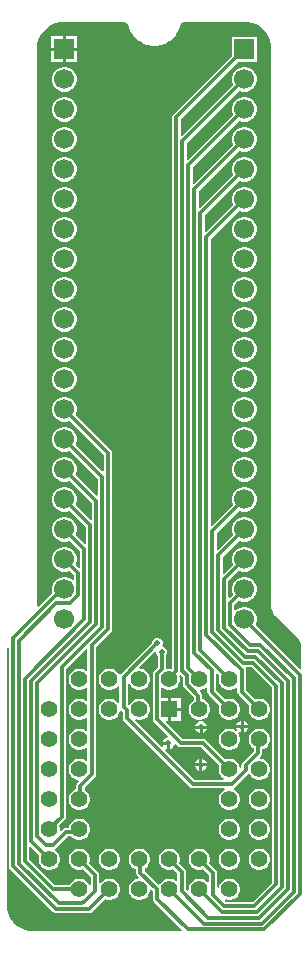
<source format=gbl>
G04*
G04 #@! TF.GenerationSoftware,Altium Limited,Altium Designer,21.0.9 (235)*
G04*
G04 Layer_Physical_Order=2*
G04 Layer_Color=16711680*
%FSLAX25Y25*%
%MOIN*%
G70*
G04*
G04 #@! TF.SameCoordinates,D00D0935-9F2D-4F80-BADC-0BB803B56EC7*
G04*
G04*
G04 #@! TF.FilePolarity,Positive*
G04*
G01*
G75*
%ADD16C,0.01181*%
%ADD18R,0.05512X0.05512*%
%ADD19C,0.05512*%
%ADD20C,0.06693*%
%ADD21R,0.06693X0.06693*%
%ADD22C,0.01968*%
G36*
X19600Y304073D02*
X19600Y304073D01*
X19600Y304073D01*
X40176Y304073D01*
X40377Y304072D01*
X40765Y303949D01*
X41099Y303716D01*
X41348Y303394D01*
X41399Y303258D01*
X41548Y302656D01*
X41576Y302596D01*
X41587Y302531D01*
X42080Y301269D01*
X42127Y301195D01*
X42157Y301112D01*
X42858Y299953D01*
X42918Y299888D01*
X42961Y299812D01*
X43850Y298790D01*
X43920Y298736D01*
X43976Y298668D01*
X45027Y297814D01*
X45105Y297772D01*
X45172Y297715D01*
X46353Y297053D01*
X46437Y297026D01*
X46513Y296981D01*
X47790Y296531D01*
X47877Y296518D01*
X47960Y296487D01*
X49295Y296263D01*
X49383Y296265D01*
X49470Y296248D01*
X50824Y296256D01*
X50910Y296273D01*
X50999Y296271D01*
X52332Y296510D01*
X52413Y296543D01*
X52501Y296556D01*
X53773Y297020D01*
X53848Y297065D01*
X53932Y297093D01*
X55106Y297768D01*
X55173Y297826D01*
X55250Y297868D01*
X56292Y298733D01*
X56347Y298802D01*
X56416Y298856D01*
X57294Y299887D01*
X57337Y299964D01*
X57396Y300030D01*
X58085Y301196D01*
X58114Y301279D01*
X58161Y301354D01*
X58639Y302621D01*
X58650Y302686D01*
X58678Y302747D01*
X58819Y303344D01*
X58862Y303458D01*
X59088Y303750D01*
X59390Y303961D01*
X59742Y304072D01*
X59924Y304073D01*
X80629Y304073D01*
X81462Y304072D01*
X83096Y303745D01*
X84636Y303105D01*
X86020Y302177D01*
X87198Y300997D01*
X88122Y299610D01*
X88758Y298070D01*
X89081Y296435D01*
X89081Y295601D01*
X89081Y295601D01*
X89081Y295600D01*
Y109600D01*
X89085Y109575D01*
X89082Y109550D01*
X89099Y109195D01*
X89117Y109122D01*
Y109046D01*
X89256Y108350D01*
X89294Y108257D01*
X89314Y108159D01*
X89586Y107503D01*
X89641Y107419D01*
X89680Y107326D01*
X90074Y106736D01*
X90128Y106683D01*
X90167Y106618D01*
X90405Y106355D01*
X90426Y106340D01*
X90440Y106318D01*
X97258Y99501D01*
X97258Y99501D01*
X97258Y99500D01*
X97691Y99067D01*
X98372Y98048D01*
X98841Y96915D01*
X99080Y95713D01*
X99080Y95100D01*
Y88760D01*
X98619Y88568D01*
X83853Y103333D01*
X83952Y103504D01*
X84234Y104556D01*
Y105644D01*
X83952Y106696D01*
X83408Y107638D01*
X82638Y108408D01*
X81696Y108952D01*
X80644Y109234D01*
X79556D01*
X78504Y108952D01*
X77562Y108408D01*
X77280Y108127D01*
X76780Y108334D01*
Y109794D01*
X78333Y111347D01*
X78504Y111248D01*
X79556Y110966D01*
X80644D01*
X81696Y111248D01*
X82638Y111792D01*
X83408Y112562D01*
X83952Y113504D01*
X84234Y114556D01*
Y115644D01*
X83952Y116696D01*
X83408Y117638D01*
X82638Y118408D01*
X81696Y118952D01*
X80644Y119234D01*
X79556D01*
X78504Y118952D01*
X77562Y118408D01*
X76792Y117638D01*
X76248Y116696D01*
X75966Y115644D01*
Y114556D01*
X76248Y113504D01*
X76347Y113333D01*
X75274Y112261D01*
X74812Y112452D01*
Y117825D01*
X78333Y121347D01*
X78504Y121248D01*
X79556Y120966D01*
X80644D01*
X81696Y121248D01*
X82638Y121792D01*
X83408Y122562D01*
X83952Y123504D01*
X84234Y124556D01*
Y125644D01*
X83952Y126696D01*
X83408Y127638D01*
X82638Y128408D01*
X81696Y128952D01*
X80644Y129234D01*
X79556D01*
X78504Y128952D01*
X77562Y128408D01*
X76792Y127638D01*
X76248Y126696D01*
X75966Y125644D01*
Y124556D01*
X76248Y123504D01*
X76347Y123334D01*
X73305Y120292D01*
X72843Y120484D01*
Y125857D01*
X78333Y131347D01*
X78504Y131248D01*
X79556Y130966D01*
X80644D01*
X81696Y131248D01*
X82638Y131792D01*
X83408Y132562D01*
X83952Y133504D01*
X84234Y134556D01*
Y135644D01*
X83952Y136696D01*
X83408Y137638D01*
X82638Y138408D01*
X81696Y138952D01*
X80644Y139234D01*
X79556D01*
X78504Y138952D01*
X77562Y138408D01*
X76792Y137638D01*
X76248Y136696D01*
X75966Y135644D01*
Y134556D01*
X76248Y133504D01*
X76347Y133334D01*
X71337Y128324D01*
X70875Y128515D01*
Y133888D01*
X78333Y141347D01*
X78504Y141248D01*
X79556Y140966D01*
X80644D01*
X81696Y141248D01*
X82638Y141792D01*
X83408Y142562D01*
X83952Y143504D01*
X84234Y144556D01*
Y145644D01*
X83952Y146696D01*
X83408Y147638D01*
X82638Y148408D01*
X81696Y148952D01*
X80644Y149234D01*
X79556D01*
X78504Y148952D01*
X77562Y148408D01*
X76792Y147638D01*
X76248Y146696D01*
X75966Y145644D01*
Y144556D01*
X76248Y143504D01*
X76347Y143333D01*
X69367Y136354D01*
X68905Y136545D01*
Y231918D01*
X78333Y241347D01*
X78504Y241248D01*
X79556Y240966D01*
X80644D01*
X81696Y241248D01*
X82638Y241792D01*
X83408Y242562D01*
X83952Y243504D01*
X84234Y244556D01*
Y245644D01*
X83952Y246696D01*
X83408Y247638D01*
X82638Y248408D01*
X81696Y248952D01*
X80644Y249234D01*
X79556D01*
X78504Y248952D01*
X77562Y248408D01*
X76792Y247638D01*
X76248Y246696D01*
X75966Y245644D01*
Y244556D01*
X76248Y243504D01*
X76347Y243334D01*
X67367Y234354D01*
X66905Y234545D01*
Y239918D01*
X78333Y251347D01*
X78504Y251248D01*
X79556Y250966D01*
X80644D01*
X81696Y251248D01*
X82638Y251792D01*
X83408Y252562D01*
X83952Y253504D01*
X84234Y254556D01*
Y255644D01*
X83952Y256696D01*
X83408Y257638D01*
X82638Y258408D01*
X81696Y258952D01*
X80644Y259234D01*
X79556D01*
X78504Y258952D01*
X77562Y258408D01*
X76792Y257638D01*
X76248Y256696D01*
X75966Y255644D01*
Y254556D01*
X76248Y253504D01*
X76347Y253333D01*
X65367Y242354D01*
X64905Y242545D01*
Y247918D01*
X78333Y261347D01*
X78504Y261248D01*
X79556Y260966D01*
X80644D01*
X81696Y261248D01*
X82638Y261792D01*
X83408Y262562D01*
X83952Y263504D01*
X84234Y264556D01*
Y265644D01*
X83952Y266696D01*
X83408Y267638D01*
X82638Y268408D01*
X81696Y268952D01*
X80644Y269234D01*
X79556D01*
X78504Y268952D01*
X77562Y268408D01*
X76792Y267638D01*
X76248Y266696D01*
X75966Y265644D01*
Y264556D01*
X76248Y263504D01*
X76347Y263334D01*
X63367Y250354D01*
X62905Y250545D01*
Y255918D01*
X78333Y271347D01*
X78504Y271248D01*
X79556Y270966D01*
X80644D01*
X81696Y271248D01*
X82638Y271792D01*
X83408Y272562D01*
X83952Y273504D01*
X84234Y274556D01*
Y275644D01*
X83952Y276696D01*
X83408Y277638D01*
X82638Y278408D01*
X81696Y278952D01*
X80644Y279234D01*
X79556D01*
X78504Y278952D01*
X77562Y278408D01*
X76792Y277638D01*
X76248Y276696D01*
X75966Y275644D01*
Y274556D01*
X76248Y273504D01*
X76347Y273334D01*
X61335Y258322D01*
X60874Y258514D01*
Y263886D01*
X78333Y281347D01*
X78504Y281248D01*
X79556Y280966D01*
X80644D01*
X81696Y281248D01*
X82638Y281792D01*
X83408Y282562D01*
X83952Y283504D01*
X84234Y284556D01*
Y285644D01*
X83952Y286696D01*
X83408Y287638D01*
X82638Y288408D01*
X81696Y288952D01*
X80644Y289234D01*
X79556D01*
X78504Y288952D01*
X77562Y288408D01*
X76792Y287638D01*
X76248Y286696D01*
X75966Y285644D01*
Y284556D01*
X76248Y283504D01*
X76347Y283333D01*
X59367Y266354D01*
X58905Y266545D01*
Y271918D01*
X77953Y290966D01*
X84234D01*
Y299234D01*
X75966D01*
Y292953D01*
X56507Y273493D01*
X56202Y273038D01*
X56095Y272500D01*
Y89019D01*
X55595Y88636D01*
X55567Y88643D01*
X54633D01*
X54402Y88581D01*
X54006Y88886D01*
Y93061D01*
X54040Y93095D01*
X54309Y93747D01*
Y94451D01*
X54040Y95103D01*
X53541Y95601D01*
X52991Y95829D01*
X52877Y95907D01*
X52715Y96371D01*
X52872Y96748D01*
Y97452D01*
X52602Y98104D01*
X52104Y98602D01*
X51452Y98872D01*
X50748D01*
X50096Y98602D01*
X49598Y98104D01*
X49328Y97452D01*
Y97315D01*
X38906Y86893D01*
X38814Y86754D01*
X38225Y86774D01*
X37935Y87276D01*
X37276Y87935D01*
X36468Y88402D01*
X35566Y88643D01*
X34633D01*
X33732Y88402D01*
X32924Y87935D01*
X32265Y87276D01*
X31798Y86468D01*
X31557Y85567D01*
Y84633D01*
X31798Y83732D01*
X32265Y82924D01*
X32924Y82265D01*
X33732Y81798D01*
X34633Y81557D01*
X35566D01*
X36468Y81798D01*
X37276Y82265D01*
X37935Y82924D01*
X37995Y83028D01*
X38495Y82894D01*
Y77306D01*
X37995Y77172D01*
X37935Y77276D01*
X37276Y77935D01*
X36468Y78402D01*
X35566Y78643D01*
X34633D01*
X33732Y78402D01*
X32924Y77935D01*
X32265Y77276D01*
X31798Y76468D01*
X31557Y75567D01*
Y74634D01*
X31798Y73732D01*
X32265Y72924D01*
X32924Y72265D01*
X33732Y71798D01*
X34633Y71557D01*
X35566D01*
X36468Y71798D01*
X37276Y72265D01*
X37935Y72924D01*
X38402Y73732D01*
X38586Y74420D01*
X39091Y74592D01*
X39125Y74589D01*
X39561Y74152D01*
Y72134D01*
X39668Y71596D01*
X39973Y71140D01*
X61907Y49207D01*
X62362Y48902D01*
X62900Y48795D01*
X73413D01*
X73547Y48295D01*
X72924Y47935D01*
X72265Y47276D01*
X71798Y46468D01*
X71557Y45566D01*
Y44633D01*
X71798Y43732D01*
X72265Y42924D01*
X72924Y42265D01*
X73732Y41798D01*
X74634Y41557D01*
X75567D01*
X76468Y41798D01*
X77276Y42265D01*
X77935Y42924D01*
X78402Y43732D01*
X78643Y44633D01*
Y45566D01*
X78402Y46468D01*
X77935Y47276D01*
X77276Y47935D01*
X76510Y48377D01*
X76488Y48519D01*
X76555Y48896D01*
X76584Y48902D01*
X77040Y49207D01*
X81359Y53526D01*
X81898Y53484D01*
X81964Y53444D01*
X82265Y52924D01*
X82924Y52265D01*
X83732Y51798D01*
X84633Y51557D01*
X85567D01*
X86468Y51798D01*
X87276Y52265D01*
X87935Y52924D01*
X88402Y53732D01*
X88643Y54633D01*
Y55567D01*
X88402Y56468D01*
X87935Y57276D01*
X87276Y57935D01*
X86468Y58402D01*
X85567Y58643D01*
X85437D01*
X85246Y59105D01*
X85720Y59579D01*
X86024Y60035D01*
X86131Y60572D01*
Y61708D01*
X86468Y61798D01*
X87276Y62265D01*
X87935Y62924D01*
X88402Y63732D01*
X88643Y64634D01*
Y65566D01*
X88402Y66468D01*
X87935Y67276D01*
X87276Y67935D01*
X86468Y68402D01*
X85567Y68643D01*
X84633D01*
X83732Y68402D01*
X82924Y67935D01*
X82265Y67276D01*
X81798Y66468D01*
X81557Y65566D01*
Y64634D01*
X81798Y63732D01*
X82265Y62924D01*
X82924Y62265D01*
X83321Y62036D01*
Y61154D01*
X79548Y57381D01*
X79244Y56926D01*
X79137Y56388D01*
Y55582D01*
X78643Y55567D01*
X78402Y56468D01*
X77935Y57276D01*
X77276Y57935D01*
X76468Y58402D01*
X75567Y58643D01*
X74634D01*
X73774Y58413D01*
X67343Y64844D01*
X66887Y65149D01*
X66349Y65256D01*
X59470D01*
X53844Y70882D01*
X54036Y71344D01*
X54600D01*
Y75100D01*
Y78856D01*
X52371D01*
Y82165D01*
X52833Y82356D01*
X52924Y82265D01*
X53732Y81798D01*
X54633Y81557D01*
X55567D01*
X56468Y81798D01*
X57276Y82265D01*
X57935Y82924D01*
X58402Y83732D01*
X58643Y84633D01*
Y85567D01*
X58456Y86266D01*
X58904Y86525D01*
X59561Y85868D01*
Y83388D01*
X59668Y82850D01*
X59973Y82394D01*
X63321Y79046D01*
Y78164D01*
X62924Y77935D01*
X62265Y77276D01*
X61798Y76468D01*
X61557Y75567D01*
Y74634D01*
X61798Y73732D01*
X62265Y72924D01*
X62924Y72265D01*
X63732Y71798D01*
X64634Y71557D01*
X65184D01*
X65239Y71557D01*
X65305Y71084D01*
X65235Y71055D01*
X64576Y70782D01*
X64018Y70224D01*
X63759Y69600D01*
X67641D01*
X67382Y70224D01*
X66824Y70782D01*
X66095Y71084D01*
X65782D01*
X65735Y71084D01*
X65669Y71584D01*
X65737Y71602D01*
X66468Y71798D01*
X67276Y72265D01*
X67935Y72924D01*
X68402Y73732D01*
X68643Y74634D01*
Y75567D01*
X68402Y76468D01*
X67935Y77276D01*
X67276Y77935D01*
X66468Y78402D01*
X66131Y78492D01*
Y79628D01*
X66024Y80165D01*
X65720Y80621D01*
X65246Y81095D01*
X65437Y81557D01*
X65566D01*
X66468Y81798D01*
X67276Y82265D01*
X67367Y82356D01*
X67829Y82165D01*
Y80966D01*
X67936Y80428D01*
X68240Y79973D01*
X71787Y76426D01*
X71557Y75567D01*
Y74634D01*
X71798Y73732D01*
X72265Y72924D01*
X72924Y72265D01*
X73732Y71798D01*
X74634Y71557D01*
X75567D01*
X76468Y71798D01*
X77276Y72265D01*
X77935Y72924D01*
X78402Y73732D01*
X78643Y74634D01*
Y75567D01*
X78402Y76468D01*
X77935Y77276D01*
X77276Y77935D01*
X76468Y78402D01*
X75567Y78643D01*
X74634D01*
X73774Y78413D01*
X70639Y81548D01*
Y86921D01*
X71101Y87112D01*
X71787Y86426D01*
X71557Y85567D01*
Y84633D01*
X71798Y83732D01*
X72265Y82924D01*
X72924Y82265D01*
X73732Y81798D01*
X74634Y81557D01*
X75567D01*
X76468Y81798D01*
X77276Y82265D01*
X77367Y82356D01*
X77829Y82165D01*
Y80966D01*
X77936Y80428D01*
X78240Y79973D01*
X81787Y76426D01*
X81557Y75567D01*
Y74634D01*
X81798Y73732D01*
X82265Y72924D01*
X82924Y72265D01*
X83732Y71798D01*
X84633Y71557D01*
X85567D01*
X86468Y71798D01*
X87276Y72265D01*
X87935Y72924D01*
X88402Y73732D01*
X88643Y74634D01*
Y75567D01*
X88402Y76468D01*
X87935Y77276D01*
X87276Y77935D01*
X86468Y78402D01*
X85567Y78643D01*
X84633D01*
X83774Y78413D01*
X80639Y81548D01*
Y88149D01*
X80532Y88687D01*
X80509Y88722D01*
X80776Y89222D01*
X82423D01*
X89231Y82415D01*
Y17343D01*
X82857Y10970D01*
X74008D01*
X73721Y11325D01*
X73944Y11741D01*
X74634Y11557D01*
X75567D01*
X76468Y11798D01*
X77276Y12265D01*
X77935Y12924D01*
X78402Y13732D01*
X78643Y14634D01*
Y15566D01*
X78402Y16468D01*
X77935Y17276D01*
X77276Y17935D01*
X76468Y18402D01*
X75567Y18643D01*
X74634D01*
X73732Y18402D01*
X72924Y17935D01*
X72265Y17276D01*
X71798Y16468D01*
X71579Y15650D01*
X71079Y15715D01*
Y20526D01*
X70972Y21064D01*
X70667Y21519D01*
X68413Y23774D01*
X68643Y24633D01*
Y25567D01*
X68402Y26468D01*
X67935Y27276D01*
X67276Y27935D01*
X66468Y28402D01*
X65566Y28643D01*
X64634D01*
X63732Y28402D01*
X62924Y27935D01*
X62265Y27276D01*
X61798Y26468D01*
X61557Y25567D01*
Y24633D01*
X61798Y23732D01*
X62265Y22924D01*
X62924Y22265D01*
X63732Y21798D01*
X64634Y21557D01*
X65566D01*
X66426Y21787D01*
X68269Y19944D01*
Y17649D01*
X67769Y17442D01*
X67276Y17935D01*
X66468Y18402D01*
X65566Y18643D01*
X64634D01*
X63732Y18402D01*
X62924Y17935D01*
X62265Y17276D01*
X61798Y16468D01*
X61557Y15566D01*
Y14837D01*
X61059Y14628D01*
X60639Y15048D01*
Y20966D01*
X60532Y21504D01*
X60227Y21960D01*
X58413Y23774D01*
X58643Y24633D01*
Y25567D01*
X58402Y26468D01*
X57935Y27276D01*
X57276Y27935D01*
X56468Y28402D01*
X55567Y28643D01*
X54633D01*
X53732Y28402D01*
X52924Y27935D01*
X52265Y27276D01*
X51798Y26468D01*
X51557Y25567D01*
Y24633D01*
X51798Y23732D01*
X52265Y22924D01*
X52924Y22265D01*
X53732Y21798D01*
X54633Y21557D01*
X55567D01*
X56426Y21787D01*
X57829Y20384D01*
Y18035D01*
X57367Y17844D01*
X57276Y17935D01*
X56468Y18402D01*
X55567Y18643D01*
X54633D01*
X53732Y18402D01*
X52924Y17935D01*
X52265Y17276D01*
X51972Y16768D01*
X51359Y16674D01*
X46879Y21154D01*
Y22036D01*
X47276Y22265D01*
X47935Y22924D01*
X48402Y23732D01*
X48643Y24633D01*
Y25567D01*
X48402Y26468D01*
X47935Y27276D01*
X47276Y27935D01*
X46468Y28402D01*
X45566Y28643D01*
X44633D01*
X43732Y28402D01*
X42924Y27935D01*
X42265Y27276D01*
X41798Y26468D01*
X41557Y25567D01*
Y24633D01*
X41798Y23732D01*
X42265Y22924D01*
X42924Y22265D01*
X43732Y21798D01*
X44069Y21708D01*
Y20572D01*
X44176Y20035D01*
X44480Y19579D01*
X44954Y19105D01*
X44763Y18643D01*
X44633D01*
X43732Y18402D01*
X42924Y17935D01*
X42265Y17276D01*
X41798Y16468D01*
X41557Y15566D01*
Y14634D01*
X41798Y13732D01*
X42265Y12924D01*
X42924Y12265D01*
X43732Y11798D01*
X44633Y11557D01*
X45566D01*
X46468Y11798D01*
X47276Y12265D01*
X47935Y12924D01*
X48402Y13732D01*
X48643Y14634D01*
Y14763D01*
X49105Y14954D01*
X49561Y14498D01*
Y11950D01*
X49668Y11412D01*
X49973Y10957D01*
X59348Y1581D01*
X59157Y1120D01*
X9600Y1120D01*
X8765Y1120D01*
X7126Y1445D01*
X5583Y2085D01*
X4194Y3013D01*
X3013Y4194D01*
X2085Y5583D01*
X1445Y7126D01*
X1120Y8765D01*
X1120Y9600D01*
X1120Y95100D01*
X1120Y95565D01*
X1187Y95649D01*
X1687Y95471D01*
Y22808D01*
X1794Y22270D01*
X2099Y21814D01*
X16475Y7438D01*
X16931Y7134D01*
X17469Y7027D01*
X28431D01*
X28969Y7134D01*
X29425Y7438D01*
X33774Y11787D01*
X34633Y11557D01*
X35566D01*
X36468Y11798D01*
X37276Y12265D01*
X37935Y12924D01*
X38402Y13732D01*
X38643Y14634D01*
Y15566D01*
X38402Y16468D01*
X37935Y17276D01*
X37276Y17935D01*
X36468Y18402D01*
X35566Y18643D01*
X34633D01*
X33732Y18402D01*
X32924Y17935D01*
X32265Y17276D01*
X32205Y17172D01*
X31705Y17306D01*
Y19900D01*
X31598Y20438D01*
X31293Y20893D01*
X28413Y23774D01*
X28643Y24633D01*
Y25567D01*
X28402Y26468D01*
X27935Y27276D01*
X27276Y27935D01*
X26468Y28402D01*
X25567Y28643D01*
X24633D01*
X23732Y28402D01*
X22924Y27935D01*
X22265Y27276D01*
X21798Y26468D01*
X21557Y25567D01*
Y24633D01*
X21798Y23732D01*
X22265Y22924D01*
X22924Y22265D01*
X23732Y21798D01*
X24633Y21557D01*
X25567D01*
X26426Y21787D01*
X28895Y19318D01*
Y16559D01*
X28402Y16468D01*
X27935Y17276D01*
X27276Y17935D01*
X26468Y18402D01*
X25567Y18643D01*
X24633D01*
X23732Y18402D01*
X22924Y17935D01*
X22265Y17276D01*
X21820Y16505D01*
X16950D01*
X8434Y25021D01*
Y29126D01*
X8896Y29317D01*
X11787Y26426D01*
X11557Y25567D01*
Y24633D01*
X11798Y23732D01*
X12265Y22924D01*
X12924Y22265D01*
X13732Y21798D01*
X14634Y21557D01*
X15566D01*
X16468Y21798D01*
X17276Y22265D01*
X17935Y22924D01*
X18402Y23732D01*
X18643Y24633D01*
Y25567D01*
X18402Y26468D01*
X17935Y27276D01*
X17276Y27935D01*
X17043Y28070D01*
X17034Y28652D01*
X17249Y28796D01*
X21319Y32866D01*
X22323D01*
X22924Y32265D01*
X23732Y31798D01*
X24633Y31557D01*
X25567D01*
X26468Y31798D01*
X27276Y32265D01*
X27935Y32924D01*
X28402Y33732D01*
X28643Y34633D01*
Y35566D01*
X28402Y36468D01*
X27935Y37276D01*
X27276Y37935D01*
X26468Y38402D01*
X25567Y38643D01*
X24633D01*
X23732Y38402D01*
X22924Y37935D01*
X22265Y37276D01*
X21798Y36468D01*
X21586Y35676D01*
X20737D01*
X20200Y35569D01*
X19744Y35265D01*
X19143Y34664D01*
X18643Y34871D01*
Y35566D01*
X18413Y36426D01*
X20227Y38240D01*
X20532Y38696D01*
X20639Y39234D01*
Y81866D01*
X20605Y82036D01*
Y88585D01*
X27367Y95347D01*
X27829Y95156D01*
Y88035D01*
X27367Y87844D01*
X27276Y87935D01*
X26468Y88402D01*
X25567Y88643D01*
X24633D01*
X23732Y88402D01*
X22924Y87935D01*
X22265Y87276D01*
X21798Y86468D01*
X21557Y85567D01*
Y84633D01*
X21798Y83732D01*
X22265Y82924D01*
X22924Y82265D01*
X23732Y81798D01*
X24633Y81557D01*
X25567D01*
X26468Y81798D01*
X27276Y82265D01*
X27367Y82356D01*
X27829Y82165D01*
Y78035D01*
X27367Y77844D01*
X27276Y77935D01*
X26468Y78402D01*
X25567Y78643D01*
X24633D01*
X23732Y78402D01*
X22924Y77935D01*
X22265Y77276D01*
X21798Y76468D01*
X21557Y75567D01*
Y74634D01*
X21798Y73732D01*
X22265Y72924D01*
X22924Y72265D01*
X23732Y71798D01*
X24633Y71557D01*
X25567D01*
X26468Y71798D01*
X27276Y72265D01*
X27367Y72356D01*
X27829Y72165D01*
Y68035D01*
X27367Y67844D01*
X27276Y67935D01*
X26468Y68402D01*
X25567Y68643D01*
X24633D01*
X23732Y68402D01*
X22924Y67935D01*
X22265Y67276D01*
X21798Y66468D01*
X21557Y65566D01*
Y64634D01*
X21798Y63732D01*
X22265Y62924D01*
X22924Y62265D01*
X23732Y61798D01*
X24633Y61557D01*
X25567D01*
X26468Y61798D01*
X27276Y62265D01*
X27367Y62356D01*
X27829Y62165D01*
Y58035D01*
X27367Y57844D01*
X27276Y57935D01*
X26468Y58402D01*
X25567Y58643D01*
X24633D01*
X23732Y58402D01*
X22924Y57935D01*
X22265Y57276D01*
X21798Y56468D01*
X21557Y55567D01*
Y54633D01*
X21798Y53732D01*
X22265Y52924D01*
X22924Y52265D01*
X23732Y51798D01*
X24633Y51557D01*
X24763D01*
X24954Y51095D01*
X24480Y50621D01*
X24176Y50165D01*
X24069Y49628D01*
Y48492D01*
X23732Y48402D01*
X22924Y47935D01*
X22265Y47276D01*
X21798Y46468D01*
X21557Y45566D01*
Y44633D01*
X21798Y43732D01*
X22265Y42924D01*
X22924Y42265D01*
X23732Y41798D01*
X24633Y41557D01*
X25567D01*
X26468Y41798D01*
X27276Y42265D01*
X27935Y42924D01*
X28402Y43732D01*
X28643Y44633D01*
Y45566D01*
X28402Y46468D01*
X27935Y47276D01*
X27276Y47935D01*
X26879Y48164D01*
Y49046D01*
X30227Y52394D01*
X30532Y52850D01*
X30639Y53388D01*
Y95835D01*
X35660Y100857D01*
X35965Y101312D01*
X36072Y101850D01*
Y160533D01*
X35965Y161071D01*
X35660Y161527D01*
X23853Y173334D01*
X23952Y173504D01*
X24234Y174556D01*
Y175644D01*
X23952Y176696D01*
X23408Y177638D01*
X22638Y178408D01*
X21696Y178952D01*
X20644Y179234D01*
X19556D01*
X18504Y178952D01*
X17562Y178408D01*
X16792Y177638D01*
X16248Y176696D01*
X15966Y175644D01*
Y174556D01*
X16248Y173504D01*
X16792Y172562D01*
X17562Y171792D01*
X18504Y171248D01*
X19556Y170966D01*
X20644D01*
X21696Y171248D01*
X21867Y171347D01*
X33262Y159951D01*
Y154578D01*
X32800Y154387D01*
X23853Y163333D01*
X23952Y163504D01*
X24234Y164556D01*
Y165644D01*
X23952Y166696D01*
X23408Y167638D01*
X22638Y168408D01*
X21696Y168952D01*
X20644Y169234D01*
X19556D01*
X18504Y168952D01*
X17562Y168408D01*
X16792Y167638D01*
X16248Y166696D01*
X15966Y165644D01*
Y164556D01*
X16248Y163504D01*
X16792Y162562D01*
X17562Y161792D01*
X18504Y161248D01*
X19556Y160966D01*
X20644D01*
X21696Y161248D01*
X21867Y161347D01*
X31293Y151920D01*
Y146547D01*
X30832Y146355D01*
X23853Y153333D01*
X23952Y153504D01*
X24234Y154556D01*
Y155644D01*
X23952Y156696D01*
X23408Y157638D01*
X22638Y158408D01*
X21696Y158952D01*
X20644Y159234D01*
X19556D01*
X18504Y158952D01*
X17562Y158408D01*
X16792Y157638D01*
X16248Y156696D01*
X15966Y155644D01*
Y154556D01*
X16248Y153504D01*
X16792Y152562D01*
X17562Y151792D01*
X18504Y151248D01*
X19556Y150966D01*
X20644D01*
X21696Y151248D01*
X21867Y151347D01*
X29325Y143888D01*
Y138515D01*
X28863Y138324D01*
X23853Y143333D01*
X23952Y143504D01*
X24234Y144556D01*
Y145644D01*
X23952Y146696D01*
X23408Y147638D01*
X22638Y148408D01*
X21696Y148952D01*
X20644Y149234D01*
X19556D01*
X18504Y148952D01*
X17562Y148408D01*
X16792Y147638D01*
X16248Y146696D01*
X15966Y145644D01*
Y144556D01*
X16248Y143504D01*
X16792Y142562D01*
X17562Y141792D01*
X18504Y141248D01*
X19556Y140966D01*
X20644D01*
X21696Y141248D01*
X21867Y141347D01*
X27356Y135857D01*
Y130484D01*
X26895Y130292D01*
X23853Y133334D01*
X23952Y133504D01*
X24234Y134556D01*
Y135644D01*
X23952Y136696D01*
X23408Y137638D01*
X22638Y138408D01*
X21696Y138952D01*
X20644Y139234D01*
X19556D01*
X18504Y138952D01*
X17562Y138408D01*
X16792Y137638D01*
X16248Y136696D01*
X15966Y135644D01*
Y134556D01*
X16248Y133504D01*
X16792Y132562D01*
X17562Y131792D01*
X18504Y131248D01*
X19556Y130966D01*
X20644D01*
X21696Y131248D01*
X21867Y131347D01*
X25388Y127825D01*
Y122452D01*
X24926Y122261D01*
X23853Y123334D01*
X23952Y123504D01*
X24234Y124556D01*
Y125644D01*
X23952Y126696D01*
X23408Y127638D01*
X22638Y128408D01*
X21696Y128952D01*
X20644Y129234D01*
X19556D01*
X18504Y128952D01*
X17562Y128408D01*
X16792Y127638D01*
X16248Y126696D01*
X15966Y125644D01*
Y124556D01*
X16248Y123504D01*
X16792Y122562D01*
X17562Y121792D01*
X18504Y121248D01*
X19556Y120966D01*
X20644D01*
X21696Y121248D01*
X21867Y121347D01*
X23419Y119794D01*
Y118334D01*
X22919Y118127D01*
X22638Y118408D01*
X21696Y118952D01*
X20644Y119234D01*
X19556D01*
X18504Y118952D01*
X17562Y118408D01*
X16792Y117638D01*
X16248Y116696D01*
X15966Y115644D01*
Y114556D01*
X16160Y113831D01*
X11605Y109276D01*
X11116Y109493D01*
X11118Y109550D01*
X11114Y109575D01*
X11119Y109600D01*
X11119Y295600D01*
X11120Y296434D01*
X11446Y298072D01*
X12086Y299614D01*
X13014Y301002D01*
X14195Y302182D01*
X15584Y303110D01*
X17127Y303748D01*
X18765Y304073D01*
X19600Y304073D01*
D02*
G37*
G36*
X50766Y94072D02*
Y93747D01*
X51036Y93095D01*
X51196Y92935D01*
Y89029D01*
X49973Y87806D01*
X49668Y87350D01*
X49561Y86812D01*
Y71773D01*
X49668Y71236D01*
X49973Y70780D01*
X54606Y66146D01*
X54415Y65684D01*
X54405D01*
X53676Y65382D01*
X53118Y64824D01*
X52859Y64200D01*
X54800D01*
Y63700D01*
X55300D01*
Y61759D01*
X55924Y62018D01*
X56482Y62576D01*
X56784Y63305D01*
Y63315D01*
X57246Y63506D01*
X57895Y62858D01*
X58351Y62553D01*
X58889Y62446D01*
X65767D01*
X71787Y56426D01*
X71557Y55567D01*
Y54633D01*
X71798Y53732D01*
X72265Y52924D01*
X72924Y52265D01*
X73201Y52105D01*
X73067Y51605D01*
X63482D01*
X53564Y61523D01*
X53847Y61947D01*
X54300Y61759D01*
Y63200D01*
X52859D01*
X53047Y62747D01*
X52623Y62464D01*
X43834Y71253D01*
X44092Y71702D01*
X44633Y71557D01*
X45566D01*
X46468Y71798D01*
X47276Y72265D01*
X47935Y72924D01*
X48402Y73732D01*
X48643Y74634D01*
Y75567D01*
X48402Y76468D01*
X47935Y77276D01*
X47276Y77935D01*
X46468Y78402D01*
X45566Y78643D01*
X44633D01*
X43732Y78402D01*
X42924Y77935D01*
X42265Y77276D01*
X41845Y76549D01*
X41794Y76531D01*
X41305Y76780D01*
Y83641D01*
X41798Y83732D01*
X42265Y82924D01*
X42924Y82265D01*
X43732Y81798D01*
X44633Y81557D01*
X45566D01*
X46468Y81798D01*
X47276Y82265D01*
X47935Y82924D01*
X48402Y83732D01*
X48643Y84633D01*
Y85567D01*
X48402Y86468D01*
X47935Y87276D01*
X47276Y87935D01*
X46468Y88402D01*
X45566Y88643D01*
X45337D01*
X45130Y89143D01*
X50266Y94279D01*
X50766Y94072D01*
D02*
G37*
%LPC*%
G36*
X24446Y299447D02*
X20600D01*
Y295600D01*
X24446D01*
Y299447D01*
D02*
G37*
G36*
X19600D02*
X15754D01*
Y295600D01*
X19600D01*
Y299447D01*
D02*
G37*
G36*
X24446Y294600D02*
X20600D01*
Y290754D01*
X24446D01*
Y294600D01*
D02*
G37*
G36*
X19600D02*
X15754D01*
Y290754D01*
X19600D01*
Y294600D01*
D02*
G37*
G36*
X20644Y289234D02*
X19556D01*
X18504Y288952D01*
X17562Y288408D01*
X16792Y287638D01*
X16248Y286696D01*
X15966Y285644D01*
Y284556D01*
X16248Y283504D01*
X16792Y282562D01*
X17562Y281792D01*
X18504Y281248D01*
X19556Y280966D01*
X20644D01*
X21696Y281248D01*
X22638Y281792D01*
X23408Y282562D01*
X23952Y283504D01*
X24234Y284556D01*
Y285644D01*
X23952Y286696D01*
X23408Y287638D01*
X22638Y288408D01*
X21696Y288952D01*
X20644Y289234D01*
D02*
G37*
G36*
Y279234D02*
X19556D01*
X18504Y278952D01*
X17562Y278408D01*
X16792Y277638D01*
X16248Y276696D01*
X15966Y275644D01*
Y274556D01*
X16248Y273504D01*
X16792Y272562D01*
X17562Y271792D01*
X18504Y271248D01*
X19556Y270966D01*
X20644D01*
X21696Y271248D01*
X22638Y271792D01*
X23408Y272562D01*
X23952Y273504D01*
X24234Y274556D01*
Y275644D01*
X23952Y276696D01*
X23408Y277638D01*
X22638Y278408D01*
X21696Y278952D01*
X20644Y279234D01*
D02*
G37*
G36*
Y269234D02*
X19556D01*
X18504Y268952D01*
X17562Y268408D01*
X16792Y267638D01*
X16248Y266696D01*
X15966Y265644D01*
Y264556D01*
X16248Y263504D01*
X16792Y262562D01*
X17562Y261792D01*
X18504Y261248D01*
X19556Y260966D01*
X20644D01*
X21696Y261248D01*
X22638Y261792D01*
X23408Y262562D01*
X23952Y263504D01*
X24234Y264556D01*
Y265644D01*
X23952Y266696D01*
X23408Y267638D01*
X22638Y268408D01*
X21696Y268952D01*
X20644Y269234D01*
D02*
G37*
G36*
Y259234D02*
X19556D01*
X18504Y258952D01*
X17562Y258408D01*
X16792Y257638D01*
X16248Y256696D01*
X15966Y255644D01*
Y254556D01*
X16248Y253504D01*
X16792Y252562D01*
X17562Y251792D01*
X18504Y251248D01*
X19556Y250966D01*
X20644D01*
X21696Y251248D01*
X22638Y251792D01*
X23408Y252562D01*
X23952Y253504D01*
X24234Y254556D01*
Y255644D01*
X23952Y256696D01*
X23408Y257638D01*
X22638Y258408D01*
X21696Y258952D01*
X20644Y259234D01*
D02*
G37*
G36*
Y249234D02*
X19556D01*
X18504Y248952D01*
X17562Y248408D01*
X16792Y247638D01*
X16248Y246696D01*
X15966Y245644D01*
Y244556D01*
X16248Y243504D01*
X16792Y242562D01*
X17562Y241792D01*
X18504Y241248D01*
X19556Y240966D01*
X20644D01*
X21696Y241248D01*
X22638Y241792D01*
X23408Y242562D01*
X23952Y243504D01*
X24234Y244556D01*
Y245644D01*
X23952Y246696D01*
X23408Y247638D01*
X22638Y248408D01*
X21696Y248952D01*
X20644Y249234D01*
D02*
G37*
G36*
X80644Y239234D02*
X79556D01*
X78504Y238952D01*
X77562Y238408D01*
X76792Y237638D01*
X76248Y236696D01*
X75966Y235644D01*
Y234556D01*
X76248Y233504D01*
X76792Y232562D01*
X77562Y231792D01*
X78504Y231248D01*
X79556Y230966D01*
X80644D01*
X81696Y231248D01*
X82638Y231792D01*
X83408Y232562D01*
X83952Y233504D01*
X84234Y234556D01*
Y235644D01*
X83952Y236696D01*
X83408Y237638D01*
X82638Y238408D01*
X81696Y238952D01*
X80644Y239234D01*
D02*
G37*
G36*
X20644D02*
X19556D01*
X18504Y238952D01*
X17562Y238408D01*
X16792Y237638D01*
X16248Y236696D01*
X15966Y235644D01*
Y234556D01*
X16248Y233504D01*
X16792Y232562D01*
X17562Y231792D01*
X18504Y231248D01*
X19556Y230966D01*
X20644D01*
X21696Y231248D01*
X22638Y231792D01*
X23408Y232562D01*
X23952Y233504D01*
X24234Y234556D01*
Y235644D01*
X23952Y236696D01*
X23408Y237638D01*
X22638Y238408D01*
X21696Y238952D01*
X20644Y239234D01*
D02*
G37*
G36*
X80644Y229234D02*
X79556D01*
X78504Y228952D01*
X77562Y228408D01*
X76792Y227638D01*
X76248Y226696D01*
X75966Y225644D01*
Y224556D01*
X76248Y223504D01*
X76792Y222562D01*
X77562Y221792D01*
X78504Y221248D01*
X79556Y220966D01*
X80644D01*
X81696Y221248D01*
X82638Y221792D01*
X83408Y222562D01*
X83952Y223504D01*
X84234Y224556D01*
Y225644D01*
X83952Y226696D01*
X83408Y227638D01*
X82638Y228408D01*
X81696Y228952D01*
X80644Y229234D01*
D02*
G37*
G36*
X20644D02*
X19556D01*
X18504Y228952D01*
X17562Y228408D01*
X16792Y227638D01*
X16248Y226696D01*
X15966Y225644D01*
Y224556D01*
X16248Y223504D01*
X16792Y222562D01*
X17562Y221792D01*
X18504Y221248D01*
X19556Y220966D01*
X20644D01*
X21696Y221248D01*
X22638Y221792D01*
X23408Y222562D01*
X23952Y223504D01*
X24234Y224556D01*
Y225644D01*
X23952Y226696D01*
X23408Y227638D01*
X22638Y228408D01*
X21696Y228952D01*
X20644Y229234D01*
D02*
G37*
G36*
X80644Y219234D02*
X79556D01*
X78504Y218952D01*
X77562Y218408D01*
X76792Y217638D01*
X76248Y216696D01*
X75966Y215644D01*
Y214556D01*
X76248Y213504D01*
X76792Y212562D01*
X77562Y211792D01*
X78504Y211248D01*
X79556Y210966D01*
X80644D01*
X81696Y211248D01*
X82638Y211792D01*
X83408Y212562D01*
X83952Y213504D01*
X84234Y214556D01*
Y215644D01*
X83952Y216696D01*
X83408Y217638D01*
X82638Y218408D01*
X81696Y218952D01*
X80644Y219234D01*
D02*
G37*
G36*
X20644D02*
X19556D01*
X18504Y218952D01*
X17562Y218408D01*
X16792Y217638D01*
X16248Y216696D01*
X15966Y215644D01*
Y214556D01*
X16248Y213504D01*
X16792Y212562D01*
X17562Y211792D01*
X18504Y211248D01*
X19556Y210966D01*
X20644D01*
X21696Y211248D01*
X22638Y211792D01*
X23408Y212562D01*
X23952Y213504D01*
X24234Y214556D01*
Y215644D01*
X23952Y216696D01*
X23408Y217638D01*
X22638Y218408D01*
X21696Y218952D01*
X20644Y219234D01*
D02*
G37*
G36*
X80644Y209234D02*
X79556D01*
X78504Y208952D01*
X77562Y208408D01*
X76792Y207638D01*
X76248Y206696D01*
X75966Y205644D01*
Y204556D01*
X76248Y203504D01*
X76792Y202562D01*
X77562Y201792D01*
X78504Y201248D01*
X79556Y200966D01*
X80644D01*
X81696Y201248D01*
X82638Y201792D01*
X83408Y202562D01*
X83952Y203504D01*
X84234Y204556D01*
Y205644D01*
X83952Y206696D01*
X83408Y207638D01*
X82638Y208408D01*
X81696Y208952D01*
X80644Y209234D01*
D02*
G37*
G36*
X20644D02*
X19556D01*
X18504Y208952D01*
X17562Y208408D01*
X16792Y207638D01*
X16248Y206696D01*
X15966Y205644D01*
Y204556D01*
X16248Y203504D01*
X16792Y202562D01*
X17562Y201792D01*
X18504Y201248D01*
X19556Y200966D01*
X20644D01*
X21696Y201248D01*
X22638Y201792D01*
X23408Y202562D01*
X23952Y203504D01*
X24234Y204556D01*
Y205644D01*
X23952Y206696D01*
X23408Y207638D01*
X22638Y208408D01*
X21696Y208952D01*
X20644Y209234D01*
D02*
G37*
G36*
X80644Y199234D02*
X79556D01*
X78504Y198952D01*
X77562Y198408D01*
X76792Y197638D01*
X76248Y196696D01*
X75966Y195644D01*
Y194556D01*
X76248Y193504D01*
X76792Y192562D01*
X77562Y191792D01*
X78504Y191248D01*
X79556Y190966D01*
X80644D01*
X81696Y191248D01*
X82638Y191792D01*
X83408Y192562D01*
X83952Y193504D01*
X84234Y194556D01*
Y195644D01*
X83952Y196696D01*
X83408Y197638D01*
X82638Y198408D01*
X81696Y198952D01*
X80644Y199234D01*
D02*
G37*
G36*
X20644D02*
X19556D01*
X18504Y198952D01*
X17562Y198408D01*
X16792Y197638D01*
X16248Y196696D01*
X15966Y195644D01*
Y194556D01*
X16248Y193504D01*
X16792Y192562D01*
X17562Y191792D01*
X18504Y191248D01*
X19556Y190966D01*
X20644D01*
X21696Y191248D01*
X22638Y191792D01*
X23408Y192562D01*
X23952Y193504D01*
X24234Y194556D01*
Y195644D01*
X23952Y196696D01*
X23408Y197638D01*
X22638Y198408D01*
X21696Y198952D01*
X20644Y199234D01*
D02*
G37*
G36*
X80644Y189234D02*
X79556D01*
X78504Y188952D01*
X77562Y188408D01*
X76792Y187638D01*
X76248Y186696D01*
X75966Y185644D01*
Y184556D01*
X76248Y183504D01*
X76792Y182562D01*
X77562Y181792D01*
X78504Y181248D01*
X79556Y180966D01*
X80644D01*
X81696Y181248D01*
X82638Y181792D01*
X83408Y182562D01*
X83952Y183504D01*
X84234Y184556D01*
Y185644D01*
X83952Y186696D01*
X83408Y187638D01*
X82638Y188408D01*
X81696Y188952D01*
X80644Y189234D01*
D02*
G37*
G36*
X20644D02*
X19556D01*
X18504Y188952D01*
X17562Y188408D01*
X16792Y187638D01*
X16248Y186696D01*
X15966Y185644D01*
Y184556D01*
X16248Y183504D01*
X16792Y182562D01*
X17562Y181792D01*
X18504Y181248D01*
X19556Y180966D01*
X20644D01*
X21696Y181248D01*
X22638Y181792D01*
X23408Y182562D01*
X23952Y183504D01*
X24234Y184556D01*
Y185644D01*
X23952Y186696D01*
X23408Y187638D01*
X22638Y188408D01*
X21696Y188952D01*
X20644Y189234D01*
D02*
G37*
G36*
X80644Y179234D02*
X79556D01*
X78504Y178952D01*
X77562Y178408D01*
X76792Y177638D01*
X76248Y176696D01*
X75966Y175644D01*
Y174556D01*
X76248Y173504D01*
X76792Y172562D01*
X77562Y171792D01*
X78504Y171248D01*
X79556Y170966D01*
X80644D01*
X81696Y171248D01*
X82638Y171792D01*
X83408Y172562D01*
X83952Y173504D01*
X84234Y174556D01*
Y175644D01*
X83952Y176696D01*
X83408Y177638D01*
X82638Y178408D01*
X81696Y178952D01*
X80644Y179234D01*
D02*
G37*
G36*
Y169234D02*
X79556D01*
X78504Y168952D01*
X77562Y168408D01*
X76792Y167638D01*
X76248Y166696D01*
X75966Y165644D01*
Y164556D01*
X76248Y163504D01*
X76792Y162562D01*
X77562Y161792D01*
X78504Y161248D01*
X79556Y160966D01*
X80644D01*
X81696Y161248D01*
X82638Y161792D01*
X83408Y162562D01*
X83952Y163504D01*
X84234Y164556D01*
Y165644D01*
X83952Y166696D01*
X83408Y167638D01*
X82638Y168408D01*
X81696Y168952D01*
X80644Y169234D01*
D02*
G37*
G36*
Y159234D02*
X79556D01*
X78504Y158952D01*
X77562Y158408D01*
X76792Y157638D01*
X76248Y156696D01*
X75966Y155644D01*
Y154556D01*
X76248Y153504D01*
X76792Y152562D01*
X77562Y151792D01*
X78504Y151248D01*
X79556Y150966D01*
X80644D01*
X81696Y151248D01*
X82638Y151792D01*
X83408Y152562D01*
X83952Y153504D01*
X84234Y154556D01*
Y155644D01*
X83952Y156696D01*
X83408Y157638D01*
X82638Y158408D01*
X81696Y158952D01*
X80644Y159234D01*
D02*
G37*
G36*
X58856Y78856D02*
X55600D01*
Y75600D01*
X58856D01*
Y78856D01*
D02*
G37*
G36*
Y74600D02*
X55600D01*
Y71344D01*
X58856D01*
Y74600D01*
D02*
G37*
G36*
X79900Y71241D02*
Y69800D01*
X81341D01*
X81082Y70424D01*
X80524Y70982D01*
X79900Y71241D01*
D02*
G37*
G36*
X78900D02*
X78276Y70982D01*
X77718Y70424D01*
X77459Y69800D01*
X78900D01*
Y71241D01*
D02*
G37*
G36*
Y68800D02*
X77459D01*
X77718Y68176D01*
X77347Y67864D01*
X77276Y67935D01*
X76468Y68402D01*
X75567Y68643D01*
X74634D01*
X73732Y68402D01*
X72924Y67935D01*
X72265Y67276D01*
X71798Y66468D01*
X71557Y65566D01*
Y64634D01*
X71798Y63732D01*
X72265Y62924D01*
X72924Y62265D01*
X73732Y61798D01*
X74634Y61557D01*
X75567D01*
X76468Y61798D01*
X77276Y62265D01*
X77935Y62924D01*
X78402Y63732D01*
X78643Y64634D01*
Y65566D01*
X78402Y66468D01*
X77935Y67276D01*
X78276Y67618D01*
X78900Y67359D01*
Y68800D01*
D02*
G37*
G36*
X81341D02*
X79900D01*
Y67359D01*
X80524Y67618D01*
X81082Y68176D01*
X81341Y68800D01*
D02*
G37*
G36*
X67641Y68600D02*
X66200D01*
Y67159D01*
X66824Y67418D01*
X67382Y67976D01*
X67641Y68600D01*
D02*
G37*
G36*
X65200D02*
X63759D01*
X64018Y67976D01*
X64576Y67418D01*
X65200Y67159D01*
Y68600D01*
D02*
G37*
G36*
X85567Y48643D02*
X84633D01*
X83732Y48402D01*
X82924Y47935D01*
X82265Y47276D01*
X81798Y46468D01*
X81557Y45566D01*
Y44633D01*
X81798Y43732D01*
X82265Y42924D01*
X82924Y42265D01*
X83732Y41798D01*
X84633Y41557D01*
X85567D01*
X86468Y41798D01*
X87276Y42265D01*
X87935Y42924D01*
X88402Y43732D01*
X88643Y44633D01*
Y45566D01*
X88402Y46468D01*
X87935Y47276D01*
X87276Y47935D01*
X86468Y48402D01*
X85567Y48643D01*
D02*
G37*
G36*
Y38643D02*
X84633D01*
X83732Y38402D01*
X82924Y37935D01*
X82265Y37276D01*
X81798Y36468D01*
X81557Y35566D01*
Y34633D01*
X81798Y33732D01*
X82265Y32924D01*
X82924Y32265D01*
X83732Y31798D01*
X84633Y31557D01*
X85567D01*
X86468Y31798D01*
X87276Y32265D01*
X87935Y32924D01*
X88402Y33732D01*
X88643Y34633D01*
Y35566D01*
X88402Y36468D01*
X87935Y37276D01*
X87276Y37935D01*
X86468Y38402D01*
X85567Y38643D01*
D02*
G37*
G36*
X75567D02*
X74634D01*
X73732Y38402D01*
X72924Y37935D01*
X72265Y37276D01*
X71798Y36468D01*
X71557Y35566D01*
Y34633D01*
X71798Y33732D01*
X72265Y32924D01*
X72924Y32265D01*
X73732Y31798D01*
X74634Y31557D01*
X75567D01*
X76468Y31798D01*
X77276Y32265D01*
X77935Y32924D01*
X78402Y33732D01*
X78643Y34633D01*
Y35566D01*
X78402Y36468D01*
X77935Y37276D01*
X77276Y37935D01*
X76468Y38402D01*
X75567Y38643D01*
D02*
G37*
G36*
X85567Y28643D02*
X84633D01*
X83732Y28402D01*
X82924Y27935D01*
X82265Y27276D01*
X81798Y26468D01*
X81557Y25567D01*
Y24633D01*
X81798Y23732D01*
X82265Y22924D01*
X82924Y22265D01*
X83732Y21798D01*
X84633Y21557D01*
X85567D01*
X86468Y21798D01*
X87276Y22265D01*
X87935Y22924D01*
X88402Y23732D01*
X88643Y24633D01*
Y25567D01*
X88402Y26468D01*
X87935Y27276D01*
X87276Y27935D01*
X86468Y28402D01*
X85567Y28643D01*
D02*
G37*
G36*
X75567D02*
X74634D01*
X73732Y28402D01*
X72924Y27935D01*
X72265Y27276D01*
X71798Y26468D01*
X71557Y25567D01*
Y24633D01*
X71798Y23732D01*
X72265Y22924D01*
X72924Y22265D01*
X73732Y21798D01*
X74634Y21557D01*
X75567D01*
X76468Y21798D01*
X77276Y22265D01*
X77935Y22924D01*
X78402Y23732D01*
X78643Y24633D01*
Y25567D01*
X78402Y26468D01*
X77935Y27276D01*
X77276Y27935D01*
X76468Y28402D01*
X75567Y28643D01*
D02*
G37*
G36*
X35566D02*
X34633D01*
X33732Y28402D01*
X32924Y27935D01*
X32265Y27276D01*
X31798Y26468D01*
X31557Y25567D01*
Y24633D01*
X31798Y23732D01*
X32265Y22924D01*
X32924Y22265D01*
X33732Y21798D01*
X34633Y21557D01*
X35566D01*
X36468Y21798D01*
X37276Y22265D01*
X37935Y22924D01*
X38402Y23732D01*
X38643Y24633D01*
Y25567D01*
X38402Y26468D01*
X37935Y27276D01*
X37276Y27935D01*
X36468Y28402D01*
X35566Y28643D01*
D02*
G37*
G36*
X66100Y58541D02*
Y57100D01*
X67541D01*
X67282Y57724D01*
X66724Y58282D01*
X66100Y58541D01*
D02*
G37*
G36*
X65100D02*
X64476Y58282D01*
X63918Y57724D01*
X63659Y57100D01*
X65100D01*
Y58541D01*
D02*
G37*
G36*
X67541Y56100D02*
X66100D01*
Y54659D01*
X66724Y54918D01*
X67282Y55476D01*
X67541Y56100D01*
D02*
G37*
G36*
X65100D02*
X63659D01*
X63918Y55476D01*
X64476Y54918D01*
X65100Y54659D01*
Y56100D01*
D02*
G37*
%LPD*%
D16*
X40966Y72134D02*
Y74734D01*
Y72134D02*
X62900Y50200D01*
X76046D01*
X55100Y85557D02*
X57500Y87957D01*
Y272500D02*
X80100Y295100D01*
X55100Y85100D02*
Y85557D01*
X57500Y87957D02*
Y272500D01*
X59469Y264469D02*
X80100Y285100D01*
X59469Y87948D02*
Y264469D01*
Y87948D02*
X60966Y86450D01*
X19200Y81900D02*
X19234Y81866D01*
Y39234D02*
Y81866D01*
X25474Y49628D02*
X29234Y53388D01*
X25100Y45100D02*
X25474Y45474D01*
X52538Y94099D02*
X52601Y94036D01*
X29234Y96417D02*
X34667Y101850D01*
X64726Y75474D02*
Y79628D01*
X60966Y83388D02*
Y86450D01*
X19200Y81900D02*
Y89167D01*
X50966Y86812D02*
X52601Y88447D01*
Y94036D01*
X60966Y83388D02*
X64726Y79628D01*
Y75474D02*
X65100Y75100D01*
X29234Y53388D02*
Y96417D01*
X39900Y75800D02*
Y85900D01*
X50966Y71773D02*
Y86812D01*
X25474Y45474D02*
Y49628D01*
X39900Y85900D02*
X51100Y97100D01*
X19200Y89167D02*
X32698Y102665D01*
X63500Y248500D02*
X80100Y265100D01*
X61500Y88700D02*
X65100Y85100D01*
X61500Y88700D02*
Y256500D01*
X63500Y93916D02*
X69234Y88182D01*
X61500Y256500D02*
X80100Y275100D01*
X63500Y93916D02*
Y248500D01*
X81986Y96532D02*
X85452D01*
X67500Y99883D02*
Y232500D01*
X69470Y134470D02*
X80100Y145100D01*
X65500Y240500D02*
X80100Y255100D01*
X79540Y90627D02*
X83005D01*
X69470Y100697D02*
Y134470D01*
X67500Y99883D02*
X79234Y88149D01*
X67500Y232500D02*
X80100Y245100D01*
X65500Y94700D02*
Y240500D01*
Y94700D02*
X75100Y85100D01*
X69470Y100697D02*
X79540Y90627D01*
X71439Y101512D02*
X80356Y92595D01*
X71439Y101512D02*
Y126439D01*
X80100Y135100D01*
X73407Y102328D02*
X81171Y94564D01*
X84636D01*
X73407Y102328D02*
Y118407D01*
X80100Y125100D01*
X75376Y103143D02*
Y110376D01*
Y103143D02*
X81986Y96532D01*
X75376Y110376D02*
X80100Y115100D01*
X80356Y92595D02*
X83821D01*
X79234Y80966D02*
Y88149D01*
X69234Y80966D02*
Y88182D01*
X76046Y50200D02*
X80542Y54696D01*
Y56388D01*
X84726Y60572D01*
Y64726D01*
X85100Y65100D01*
X39900Y75800D02*
X40966Y74734D01*
X58889Y63851D02*
X66349D01*
X50966Y71773D02*
X58889Y63851D01*
X66349D02*
X75100Y55100D01*
X79234Y80966D02*
X85100Y75100D01*
X69234Y80966D02*
X75100Y75100D01*
X94573Y15131D02*
Y84627D01*
X96541Y14315D02*
Y85443D01*
X98510Y13500D02*
Y86690D01*
X92604Y15946D02*
Y83812D01*
X90636Y16761D02*
Y82997D01*
X83005Y90627D02*
X90636Y82997D01*
X83821Y92595D02*
X92604Y83812D01*
X80100Y105100D02*
X98510Y86690D01*
X84254Y7596D02*
X92604Y15946D01*
X68072Y5627D02*
X85069D01*
X86700Y1691D02*
X98510Y13500D01*
X85452Y96532D02*
X96541Y85443D01*
X84636Y94564D02*
X94573Y84627D01*
X66541Y3659D02*
X85885D01*
X83438Y9565D02*
X90636Y16761D01*
X73419Y9565D02*
X83438D01*
X69674Y13310D02*
Y20526D01*
Y13310D02*
X73419Y9565D01*
X65100Y25100D02*
X69674Y20526D01*
X72604Y7596D02*
X84254D01*
X61226Y1691D02*
X86700D01*
X65100Y15100D02*
X72604Y7596D01*
X85069Y5627D02*
X94573Y15131D01*
X85885Y3659D02*
X96541Y14315D01*
X50966Y11950D02*
X61226Y1691D01*
X50966Y11950D02*
Y15080D01*
X55100Y15100D02*
X66541Y3659D01*
X59234Y14466D02*
X68072Y5627D01*
X59234Y14466D02*
Y20966D01*
X55100Y25100D02*
X59234Y20966D01*
X45474Y20572D02*
X50966Y15080D01*
X45100Y25100D02*
X45474Y24726D01*
Y20572D02*
Y24726D01*
X20100Y175100D02*
X34667Y160533D01*
Y101850D02*
Y160533D01*
X15100Y35100D02*
X19234Y39234D01*
X28761Y104296D02*
Y136439D01*
X26793Y105112D02*
Y128407D01*
X10966Y70934D02*
Y83717D01*
X7029Y85348D02*
X26793Y105112D01*
X8998Y84532D02*
X28761Y104296D01*
X10966Y83717D02*
X30730Y103481D01*
Y144470D01*
X8998Y31202D02*
Y84532D01*
X22057Y110376D02*
X24824Y113143D01*
X17476Y110376D02*
X22057D01*
X24824Y113143D02*
Y120376D01*
X32698Y102665D02*
Y152502D01*
X20100Y165100D02*
X32698Y152502D01*
X16255Y29789D02*
X20737Y34271D01*
X14111Y29789D02*
X16255D01*
X10966Y32934D02*
X14111Y29789D01*
X24271Y34271D02*
X25100Y35100D01*
X20737Y34271D02*
X24271D01*
X10966Y32934D02*
Y66812D01*
X11000Y66846D02*
Y70900D01*
X10966Y66812D02*
X11000Y66846D01*
X8998Y31202D02*
X15100Y25100D01*
X3092Y22808D02*
X17469Y8432D01*
X5061Y97961D02*
X17476Y110376D01*
X3092Y98776D02*
X19416Y115100D01*
X5061Y23623D02*
X18284Y10400D01*
X10966Y70934D02*
X11000Y70900D01*
X7029Y24439D02*
X16368Y15100D01*
X5061Y23623D02*
Y97961D01*
X3092Y22808D02*
Y98776D01*
X7029Y24439D02*
Y85348D01*
X20100Y155100D02*
X30730Y144470D01*
X20100Y145100D02*
X28761Y136439D01*
X16368Y15100D02*
X25100D01*
X20100Y135100D02*
X26793Y128407D01*
X20100Y125100D02*
X24824Y120376D01*
X25100Y25100D02*
X30300Y19900D01*
Y14454D02*
Y19900D01*
X25900Y10400D02*
X26466Y10966D01*
X26812D01*
X30300Y14454D01*
X28431Y8432D02*
X35100Y15100D01*
X18284Y10400D02*
X25900D01*
X17469Y8432D02*
X28431D01*
X19416Y115100D02*
X20100D01*
D18*
X55100Y75100D02*
D03*
D19*
X45100Y85100D02*
D03*
Y75100D02*
D03*
X35100Y85100D02*
D03*
Y75100D02*
D03*
X25100Y85100D02*
D03*
X15100Y75100D02*
D03*
X25100D02*
D03*
X15100Y65100D02*
D03*
X25100D02*
D03*
X15100Y55100D02*
D03*
X25100D02*
D03*
X15100Y45100D02*
D03*
X25100D02*
D03*
X15100Y35100D02*
D03*
X25100D02*
D03*
X15100Y25100D02*
D03*
X25100Y15100D02*
D03*
Y25100D02*
D03*
X35100Y15100D02*
D03*
Y25100D02*
D03*
X45100Y15100D02*
D03*
Y25100D02*
D03*
X55100Y15100D02*
D03*
Y25100D02*
D03*
X65100Y15100D02*
D03*
Y25100D02*
D03*
X75100Y15100D02*
D03*
X85100Y25100D02*
D03*
X75100D02*
D03*
X85100Y35100D02*
D03*
X75100D02*
D03*
X85100Y45100D02*
D03*
X75100D02*
D03*
X85100Y55100D02*
D03*
X75100D02*
D03*
X85100Y65100D02*
D03*
X75100D02*
D03*
X85100Y75100D02*
D03*
X75100Y85100D02*
D03*
Y75100D02*
D03*
X65100Y85100D02*
D03*
Y75100D02*
D03*
X55100Y85100D02*
D03*
D20*
X80100Y105100D02*
D03*
Y115100D02*
D03*
Y125100D02*
D03*
Y135100D02*
D03*
Y145100D02*
D03*
Y225100D02*
D03*
Y235100D02*
D03*
Y245100D02*
D03*
Y255100D02*
D03*
Y265100D02*
D03*
Y275100D02*
D03*
Y285100D02*
D03*
Y215100D02*
D03*
Y205100D02*
D03*
Y195100D02*
D03*
Y185100D02*
D03*
Y175100D02*
D03*
Y165100D02*
D03*
Y155100D02*
D03*
X20100Y105100D02*
D03*
Y115100D02*
D03*
Y125100D02*
D03*
Y135100D02*
D03*
Y145100D02*
D03*
Y225100D02*
D03*
Y235100D02*
D03*
Y245100D02*
D03*
Y255100D02*
D03*
Y265100D02*
D03*
Y275100D02*
D03*
Y285100D02*
D03*
Y215100D02*
D03*
Y205100D02*
D03*
Y195100D02*
D03*
Y185100D02*
D03*
Y175100D02*
D03*
Y165100D02*
D03*
Y155100D02*
D03*
D21*
X80100Y295100D02*
D03*
X20100D02*
D03*
D22*
X79400Y69300D02*
D03*
X65600Y56600D02*
D03*
X65700Y69100D02*
D03*
X54800Y63700D02*
D03*
X52538Y94099D02*
D03*
X51100Y97100D02*
D03*
M02*

</source>
